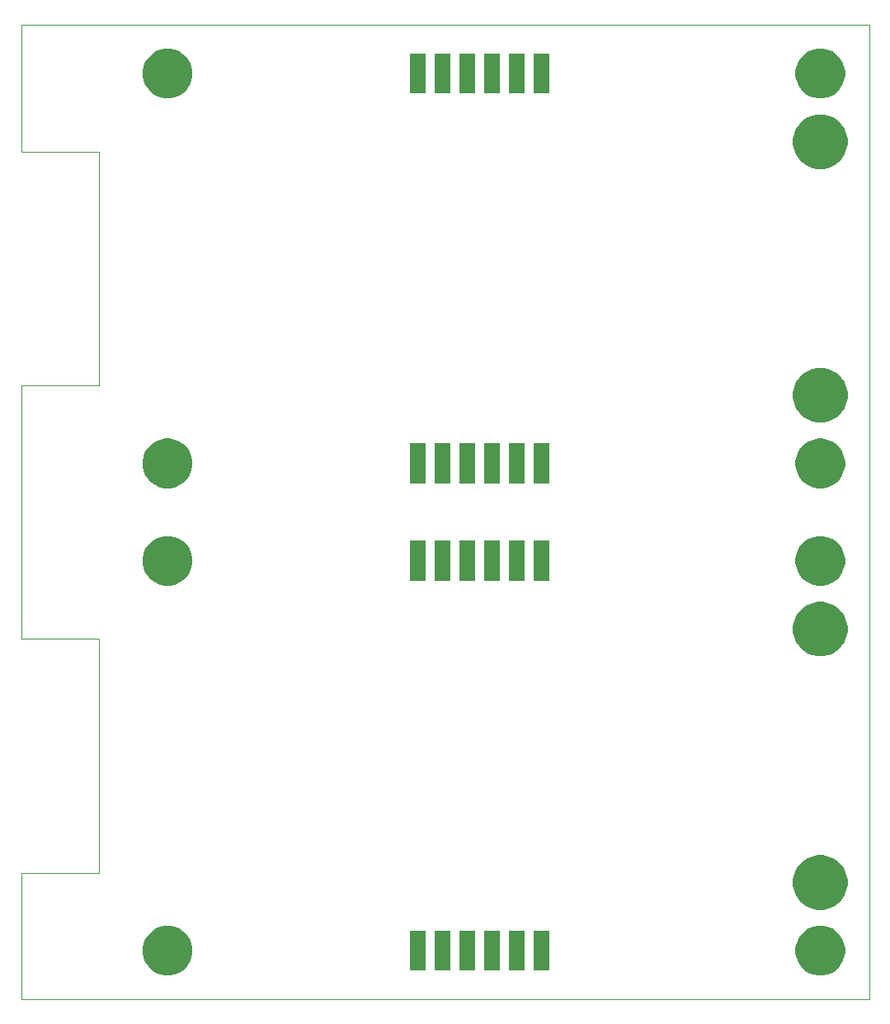
<source format=gbr>
%TF.GenerationSoftware,KiCad,Pcbnew,(5.0.0-rc2-60-gbfa89039c)*%
%TF.CreationDate,2019-08-02T13:04:55+03:00*%
%TF.ProjectId,ConnectorPCB,436F6E6E6563746F725043422E6B6963,rev?*%
%TF.SameCoordinates,Original*%
%TF.FileFunction,Soldermask,Top*%
%TF.FilePolarity,Negative*%
%FSLAX46Y46*%
G04 Gerber Fmt 4.6, Leading zero omitted, Abs format (unit mm)*
G04 Created by KiCad (PCBNEW (5.0.0-rc2-60-gbfa89039c)) date 08/02/19 13:04:55*
%MOMM*%
%LPD*%
G01*
G04 APERTURE LIST*
%ADD10C,0.050000*%
%ADD11C,0.150000*%
G04 APERTURE END LIST*
D10*
X127000000Y-130000000D02*
X40000000Y-130000000D01*
X40000000Y-117000000D02*
X48000000Y-117000000D01*
X40000000Y-93000000D02*
X40000000Y-80000000D01*
X48000000Y-117000000D02*
X48000000Y-93000000D01*
X48000000Y-93000000D02*
X40000000Y-93000000D01*
X40000000Y-130000000D02*
X40000000Y-117000000D01*
X127000000Y-130000000D02*
X127000000Y-80000000D01*
X127000000Y-80000000D02*
X127000000Y-30000000D01*
X40000000Y-43000000D02*
X40000000Y-30000000D01*
X48000000Y-43000000D02*
X40000000Y-43000000D01*
X48000000Y-67000000D02*
X48000000Y-43000000D01*
X40000000Y-67000000D02*
X48000000Y-67000000D01*
X40000000Y-80000000D02*
X40000000Y-67000000D01*
X40000000Y-30000000D02*
X127000000Y-30000000D01*
D11*
G36*
X122744096Y-122547033D02*
X122744098Y-122547034D01*
X122744099Y-122547034D01*
X123208352Y-122739333D01*
X123624284Y-123017250D01*
X123626171Y-123018511D01*
X123981489Y-123373829D01*
X123981491Y-123373832D01*
X124260667Y-123791648D01*
X124452966Y-124255901D01*
X124551000Y-124748748D01*
X124551000Y-125251252D01*
X124452966Y-125744099D01*
X124260667Y-126208352D01*
X123982750Y-126624284D01*
X123981489Y-126626171D01*
X123626171Y-126981489D01*
X123626168Y-126981491D01*
X123208352Y-127260667D01*
X122744099Y-127452966D01*
X122744098Y-127452966D01*
X122744096Y-127452967D01*
X122251253Y-127551000D01*
X121748747Y-127551000D01*
X121255904Y-127452967D01*
X121255902Y-127452966D01*
X121255901Y-127452966D01*
X120791648Y-127260667D01*
X120373832Y-126981491D01*
X120373829Y-126981489D01*
X120018511Y-126626171D01*
X120017250Y-126624284D01*
X119739333Y-126208352D01*
X119547034Y-125744099D01*
X119449000Y-125251252D01*
X119449000Y-124748748D01*
X119547034Y-124255901D01*
X119739333Y-123791648D01*
X120018509Y-123373832D01*
X120018511Y-123373829D01*
X120373829Y-123018511D01*
X120375716Y-123017250D01*
X120791648Y-122739333D01*
X121255901Y-122547034D01*
X121255902Y-122547034D01*
X121255904Y-122547033D01*
X121748747Y-122449000D01*
X122251253Y-122449000D01*
X122744096Y-122547033D01*
X122744096Y-122547033D01*
G37*
G36*
X55744096Y-122547033D02*
X55744098Y-122547034D01*
X55744099Y-122547034D01*
X56208352Y-122739333D01*
X56624284Y-123017250D01*
X56626171Y-123018511D01*
X56981489Y-123373829D01*
X56981491Y-123373832D01*
X57260667Y-123791648D01*
X57452966Y-124255901D01*
X57551000Y-124748748D01*
X57551000Y-125251252D01*
X57452966Y-125744099D01*
X57260667Y-126208352D01*
X56982750Y-126624284D01*
X56981489Y-126626171D01*
X56626171Y-126981489D01*
X56626168Y-126981491D01*
X56208352Y-127260667D01*
X55744099Y-127452966D01*
X55744098Y-127452966D01*
X55744096Y-127452967D01*
X55251253Y-127551000D01*
X54748747Y-127551000D01*
X54255904Y-127452967D01*
X54255902Y-127452966D01*
X54255901Y-127452966D01*
X53791648Y-127260667D01*
X53373832Y-126981491D01*
X53373829Y-126981489D01*
X53018511Y-126626171D01*
X53017250Y-126624284D01*
X52739333Y-126208352D01*
X52547034Y-125744099D01*
X52449000Y-125251252D01*
X52449000Y-124748748D01*
X52547034Y-124255901D01*
X52739333Y-123791648D01*
X53018509Y-123373832D01*
X53018511Y-123373829D01*
X53373829Y-123018511D01*
X53375716Y-123017250D01*
X53791648Y-122739333D01*
X54255901Y-122547034D01*
X54255902Y-122547034D01*
X54255904Y-122547033D01*
X54748747Y-122449000D01*
X55251253Y-122449000D01*
X55744096Y-122547033D01*
X55744096Y-122547033D01*
G37*
G36*
X81463000Y-127051000D02*
X79837000Y-127051000D01*
X79837000Y-122949000D01*
X81463000Y-122949000D01*
X81463000Y-127051000D01*
X81463000Y-127051000D01*
G37*
G36*
X84003000Y-127051000D02*
X82377000Y-127051000D01*
X82377000Y-122949000D01*
X84003000Y-122949000D01*
X84003000Y-127051000D01*
X84003000Y-127051000D01*
G37*
G36*
X86543000Y-127051000D02*
X84917000Y-127051000D01*
X84917000Y-122949000D01*
X86543000Y-122949000D01*
X86543000Y-127051000D01*
X86543000Y-127051000D01*
G37*
G36*
X89083000Y-127051000D02*
X87457000Y-127051000D01*
X87457000Y-122949000D01*
X89083000Y-122949000D01*
X89083000Y-127051000D01*
X89083000Y-127051000D01*
G37*
G36*
X91623000Y-127051000D02*
X89997000Y-127051000D01*
X89997000Y-122949000D01*
X91623000Y-122949000D01*
X91623000Y-127051000D01*
X91623000Y-127051000D01*
G37*
G36*
X94163000Y-127051000D02*
X92537000Y-127051000D01*
X92537000Y-122949000D01*
X94163000Y-122949000D01*
X94163000Y-127051000D01*
X94163000Y-127051000D01*
G37*
G36*
X122817021Y-115306640D02*
X123326770Y-115517785D01*
X123326771Y-115517786D01*
X123785534Y-115824321D01*
X124175679Y-116214466D01*
X124380036Y-116520308D01*
X124482215Y-116673230D01*
X124693360Y-117182979D01*
X124801000Y-117724124D01*
X124801000Y-118275876D01*
X124693360Y-118817021D01*
X124482215Y-119326770D01*
X124482214Y-119326771D01*
X124175679Y-119785534D01*
X123785534Y-120175679D01*
X123479692Y-120380036D01*
X123326770Y-120482215D01*
X122817021Y-120693360D01*
X122275876Y-120801000D01*
X121724124Y-120801000D01*
X121182979Y-120693360D01*
X120673230Y-120482215D01*
X120520308Y-120380036D01*
X120214466Y-120175679D01*
X119824321Y-119785534D01*
X119517786Y-119326771D01*
X119517785Y-119326770D01*
X119306640Y-118817021D01*
X119199000Y-118275876D01*
X119199000Y-117724124D01*
X119306640Y-117182979D01*
X119517785Y-116673230D01*
X119619964Y-116520308D01*
X119824321Y-116214466D01*
X120214466Y-115824321D01*
X120673229Y-115517786D01*
X120673230Y-115517785D01*
X121182979Y-115306640D01*
X121724124Y-115199000D01*
X122275876Y-115199000D01*
X122817021Y-115306640D01*
X122817021Y-115306640D01*
G37*
G36*
X122817021Y-89306640D02*
X123326770Y-89517785D01*
X123326771Y-89517786D01*
X123785534Y-89824321D01*
X124175679Y-90214466D01*
X124380036Y-90520308D01*
X124482215Y-90673230D01*
X124693360Y-91182979D01*
X124801000Y-91724124D01*
X124801000Y-92275876D01*
X124693360Y-92817021D01*
X124482215Y-93326770D01*
X124482214Y-93326771D01*
X124175679Y-93785534D01*
X123785534Y-94175679D01*
X123479692Y-94380036D01*
X123326770Y-94482215D01*
X122817021Y-94693360D01*
X122275876Y-94801000D01*
X121724124Y-94801000D01*
X121182979Y-94693360D01*
X120673230Y-94482215D01*
X120520308Y-94380036D01*
X120214466Y-94175679D01*
X119824321Y-93785534D01*
X119517786Y-93326771D01*
X119517785Y-93326770D01*
X119306640Y-92817021D01*
X119199000Y-92275876D01*
X119199000Y-91724124D01*
X119306640Y-91182979D01*
X119517785Y-90673230D01*
X119619964Y-90520308D01*
X119824321Y-90214466D01*
X120214466Y-89824321D01*
X120673229Y-89517786D01*
X120673230Y-89517785D01*
X121182979Y-89306640D01*
X121724124Y-89199000D01*
X122275876Y-89199000D01*
X122817021Y-89306640D01*
X122817021Y-89306640D01*
G37*
G36*
X55744096Y-82547033D02*
X55744098Y-82547034D01*
X55744099Y-82547034D01*
X56208352Y-82739333D01*
X56624284Y-83017250D01*
X56626171Y-83018511D01*
X56981489Y-83373829D01*
X56981491Y-83373832D01*
X57260667Y-83791648D01*
X57452966Y-84255901D01*
X57551000Y-84748748D01*
X57551000Y-85251252D01*
X57452966Y-85744099D01*
X57260667Y-86208352D01*
X56982750Y-86624284D01*
X56981489Y-86626171D01*
X56626171Y-86981489D01*
X56626168Y-86981491D01*
X56208352Y-87260667D01*
X55744099Y-87452966D01*
X55744098Y-87452966D01*
X55744096Y-87452967D01*
X55251253Y-87551000D01*
X54748747Y-87551000D01*
X54255904Y-87452967D01*
X54255902Y-87452966D01*
X54255901Y-87452966D01*
X53791648Y-87260667D01*
X53373832Y-86981491D01*
X53373829Y-86981489D01*
X53018511Y-86626171D01*
X53017250Y-86624284D01*
X52739333Y-86208352D01*
X52547034Y-85744099D01*
X52449000Y-85251252D01*
X52449000Y-84748748D01*
X52547034Y-84255901D01*
X52739333Y-83791648D01*
X53018509Y-83373832D01*
X53018511Y-83373829D01*
X53373829Y-83018511D01*
X53375716Y-83017250D01*
X53791648Y-82739333D01*
X54255901Y-82547034D01*
X54255902Y-82547034D01*
X54255904Y-82547033D01*
X54748747Y-82449000D01*
X55251253Y-82449000D01*
X55744096Y-82547033D01*
X55744096Y-82547033D01*
G37*
G36*
X122744096Y-82547033D02*
X122744098Y-82547034D01*
X122744099Y-82547034D01*
X123208352Y-82739333D01*
X123624284Y-83017250D01*
X123626171Y-83018511D01*
X123981489Y-83373829D01*
X123981491Y-83373832D01*
X124260667Y-83791648D01*
X124452966Y-84255901D01*
X124551000Y-84748748D01*
X124551000Y-85251252D01*
X124452966Y-85744099D01*
X124260667Y-86208352D01*
X123982750Y-86624284D01*
X123981489Y-86626171D01*
X123626171Y-86981489D01*
X123626168Y-86981491D01*
X123208352Y-87260667D01*
X122744099Y-87452966D01*
X122744098Y-87452966D01*
X122744096Y-87452967D01*
X122251253Y-87551000D01*
X121748747Y-87551000D01*
X121255904Y-87452967D01*
X121255902Y-87452966D01*
X121255901Y-87452966D01*
X120791648Y-87260667D01*
X120373832Y-86981491D01*
X120373829Y-86981489D01*
X120018511Y-86626171D01*
X120017250Y-86624284D01*
X119739333Y-86208352D01*
X119547034Y-85744099D01*
X119449000Y-85251252D01*
X119449000Y-84748748D01*
X119547034Y-84255901D01*
X119739333Y-83791648D01*
X120018509Y-83373832D01*
X120018511Y-83373829D01*
X120373829Y-83018511D01*
X120375716Y-83017250D01*
X120791648Y-82739333D01*
X121255901Y-82547034D01*
X121255902Y-82547034D01*
X121255904Y-82547033D01*
X121748747Y-82449000D01*
X122251253Y-82449000D01*
X122744096Y-82547033D01*
X122744096Y-82547033D01*
G37*
G36*
X94163000Y-87051000D02*
X92537000Y-87051000D01*
X92537000Y-82949000D01*
X94163000Y-82949000D01*
X94163000Y-87051000D01*
X94163000Y-87051000D01*
G37*
G36*
X84003000Y-87051000D02*
X82377000Y-87051000D01*
X82377000Y-82949000D01*
X84003000Y-82949000D01*
X84003000Y-87051000D01*
X84003000Y-87051000D01*
G37*
G36*
X81463000Y-87051000D02*
X79837000Y-87051000D01*
X79837000Y-82949000D01*
X81463000Y-82949000D01*
X81463000Y-87051000D01*
X81463000Y-87051000D01*
G37*
G36*
X89083000Y-87051000D02*
X87457000Y-87051000D01*
X87457000Y-82949000D01*
X89083000Y-82949000D01*
X89083000Y-87051000D01*
X89083000Y-87051000D01*
G37*
G36*
X86543000Y-87051000D02*
X84917000Y-87051000D01*
X84917000Y-82949000D01*
X86543000Y-82949000D01*
X86543000Y-87051000D01*
X86543000Y-87051000D01*
G37*
G36*
X91623000Y-87051000D02*
X89997000Y-87051000D01*
X89997000Y-82949000D01*
X91623000Y-82949000D01*
X91623000Y-87051000D01*
X91623000Y-87051000D01*
G37*
G36*
X122744096Y-72547033D02*
X122744098Y-72547034D01*
X122744099Y-72547034D01*
X123208352Y-72739333D01*
X123624284Y-73017250D01*
X123626171Y-73018511D01*
X123981489Y-73373829D01*
X123981491Y-73373832D01*
X124260667Y-73791648D01*
X124452966Y-74255901D01*
X124551000Y-74748748D01*
X124551000Y-75251252D01*
X124452966Y-75744099D01*
X124260667Y-76208352D01*
X123982750Y-76624284D01*
X123981489Y-76626171D01*
X123626171Y-76981489D01*
X123626168Y-76981491D01*
X123208352Y-77260667D01*
X122744099Y-77452966D01*
X122744098Y-77452966D01*
X122744096Y-77452967D01*
X122251253Y-77551000D01*
X121748747Y-77551000D01*
X121255904Y-77452967D01*
X121255902Y-77452966D01*
X121255901Y-77452966D01*
X120791648Y-77260667D01*
X120373832Y-76981491D01*
X120373829Y-76981489D01*
X120018511Y-76626171D01*
X120017250Y-76624284D01*
X119739333Y-76208352D01*
X119547034Y-75744099D01*
X119449000Y-75251252D01*
X119449000Y-74748748D01*
X119547034Y-74255901D01*
X119739333Y-73791648D01*
X120018509Y-73373832D01*
X120018511Y-73373829D01*
X120373829Y-73018511D01*
X120375716Y-73017250D01*
X120791648Y-72739333D01*
X121255901Y-72547034D01*
X121255902Y-72547034D01*
X121255904Y-72547033D01*
X121748747Y-72449000D01*
X122251253Y-72449000D01*
X122744096Y-72547033D01*
X122744096Y-72547033D01*
G37*
G36*
X55744096Y-72547033D02*
X55744098Y-72547034D01*
X55744099Y-72547034D01*
X56208352Y-72739333D01*
X56624284Y-73017250D01*
X56626171Y-73018511D01*
X56981489Y-73373829D01*
X56981491Y-73373832D01*
X57260667Y-73791648D01*
X57452966Y-74255901D01*
X57551000Y-74748748D01*
X57551000Y-75251252D01*
X57452966Y-75744099D01*
X57260667Y-76208352D01*
X56982750Y-76624284D01*
X56981489Y-76626171D01*
X56626171Y-76981489D01*
X56626168Y-76981491D01*
X56208352Y-77260667D01*
X55744099Y-77452966D01*
X55744098Y-77452966D01*
X55744096Y-77452967D01*
X55251253Y-77551000D01*
X54748747Y-77551000D01*
X54255904Y-77452967D01*
X54255902Y-77452966D01*
X54255901Y-77452966D01*
X53791648Y-77260667D01*
X53373832Y-76981491D01*
X53373829Y-76981489D01*
X53018511Y-76626171D01*
X53017250Y-76624284D01*
X52739333Y-76208352D01*
X52547034Y-75744099D01*
X52449000Y-75251252D01*
X52449000Y-74748748D01*
X52547034Y-74255901D01*
X52739333Y-73791648D01*
X53018509Y-73373832D01*
X53018511Y-73373829D01*
X53373829Y-73018511D01*
X53375716Y-73017250D01*
X53791648Y-72739333D01*
X54255901Y-72547034D01*
X54255902Y-72547034D01*
X54255904Y-72547033D01*
X54748747Y-72449000D01*
X55251253Y-72449000D01*
X55744096Y-72547033D01*
X55744096Y-72547033D01*
G37*
G36*
X94163000Y-77051000D02*
X92537000Y-77051000D01*
X92537000Y-72949000D01*
X94163000Y-72949000D01*
X94163000Y-77051000D01*
X94163000Y-77051000D01*
G37*
G36*
X81463000Y-77051000D02*
X79837000Y-77051000D01*
X79837000Y-72949000D01*
X81463000Y-72949000D01*
X81463000Y-77051000D01*
X81463000Y-77051000D01*
G37*
G36*
X84003000Y-77051000D02*
X82377000Y-77051000D01*
X82377000Y-72949000D01*
X84003000Y-72949000D01*
X84003000Y-77051000D01*
X84003000Y-77051000D01*
G37*
G36*
X86543000Y-77051000D02*
X84917000Y-77051000D01*
X84917000Y-72949000D01*
X86543000Y-72949000D01*
X86543000Y-77051000D01*
X86543000Y-77051000D01*
G37*
G36*
X89083000Y-77051000D02*
X87457000Y-77051000D01*
X87457000Y-72949000D01*
X89083000Y-72949000D01*
X89083000Y-77051000D01*
X89083000Y-77051000D01*
G37*
G36*
X91623000Y-77051000D02*
X89997000Y-77051000D01*
X89997000Y-72949000D01*
X91623000Y-72949000D01*
X91623000Y-77051000D01*
X91623000Y-77051000D01*
G37*
G36*
X122817021Y-65306640D02*
X123326770Y-65517785D01*
X123326771Y-65517786D01*
X123785534Y-65824321D01*
X124175679Y-66214466D01*
X124380036Y-66520308D01*
X124482215Y-66673230D01*
X124693360Y-67182979D01*
X124801000Y-67724124D01*
X124801000Y-68275876D01*
X124693360Y-68817021D01*
X124482215Y-69326770D01*
X124482214Y-69326771D01*
X124175679Y-69785534D01*
X123785534Y-70175679D01*
X123479692Y-70380036D01*
X123326770Y-70482215D01*
X122817021Y-70693360D01*
X122275876Y-70801000D01*
X121724124Y-70801000D01*
X121182979Y-70693360D01*
X120673230Y-70482215D01*
X120520308Y-70380036D01*
X120214466Y-70175679D01*
X119824321Y-69785534D01*
X119517786Y-69326771D01*
X119517785Y-69326770D01*
X119306640Y-68817021D01*
X119199000Y-68275876D01*
X119199000Y-67724124D01*
X119306640Y-67182979D01*
X119517785Y-66673230D01*
X119619964Y-66520308D01*
X119824321Y-66214466D01*
X120214466Y-65824321D01*
X120673229Y-65517786D01*
X120673230Y-65517785D01*
X121182979Y-65306640D01*
X121724124Y-65199000D01*
X122275876Y-65199000D01*
X122817021Y-65306640D01*
X122817021Y-65306640D01*
G37*
G36*
X122817021Y-39306640D02*
X123326770Y-39517785D01*
X123326771Y-39517786D01*
X123785534Y-39824321D01*
X124175679Y-40214466D01*
X124380036Y-40520308D01*
X124482215Y-40673230D01*
X124693360Y-41182979D01*
X124801000Y-41724124D01*
X124801000Y-42275876D01*
X124693360Y-42817021D01*
X124482215Y-43326770D01*
X124482214Y-43326771D01*
X124175679Y-43785534D01*
X123785534Y-44175679D01*
X123479692Y-44380036D01*
X123326770Y-44482215D01*
X122817021Y-44693360D01*
X122275876Y-44801000D01*
X121724124Y-44801000D01*
X121182979Y-44693360D01*
X120673230Y-44482215D01*
X120520308Y-44380036D01*
X120214466Y-44175679D01*
X119824321Y-43785534D01*
X119517786Y-43326771D01*
X119517785Y-43326770D01*
X119306640Y-42817021D01*
X119199000Y-42275876D01*
X119199000Y-41724124D01*
X119306640Y-41182979D01*
X119517785Y-40673230D01*
X119619964Y-40520308D01*
X119824321Y-40214466D01*
X120214466Y-39824321D01*
X120673229Y-39517786D01*
X120673230Y-39517785D01*
X121182979Y-39306640D01*
X121724124Y-39199000D01*
X122275876Y-39199000D01*
X122817021Y-39306640D01*
X122817021Y-39306640D01*
G37*
G36*
X122744096Y-32547033D02*
X122744098Y-32547034D01*
X122744099Y-32547034D01*
X123208352Y-32739333D01*
X123624284Y-33017250D01*
X123626171Y-33018511D01*
X123981489Y-33373829D01*
X123981491Y-33373832D01*
X124260667Y-33791648D01*
X124452966Y-34255901D01*
X124551000Y-34748748D01*
X124551000Y-35251252D01*
X124452966Y-35744099D01*
X124260667Y-36208352D01*
X123982750Y-36624284D01*
X123981489Y-36626171D01*
X123626171Y-36981489D01*
X123626168Y-36981491D01*
X123208352Y-37260667D01*
X122744099Y-37452966D01*
X122744098Y-37452966D01*
X122744096Y-37452967D01*
X122251253Y-37551000D01*
X121748747Y-37551000D01*
X121255904Y-37452967D01*
X121255902Y-37452966D01*
X121255901Y-37452966D01*
X120791648Y-37260667D01*
X120373832Y-36981491D01*
X120373829Y-36981489D01*
X120018511Y-36626171D01*
X120017250Y-36624284D01*
X119739333Y-36208352D01*
X119547034Y-35744099D01*
X119449000Y-35251252D01*
X119449000Y-34748748D01*
X119547034Y-34255901D01*
X119739333Y-33791648D01*
X120018509Y-33373832D01*
X120018511Y-33373829D01*
X120373829Y-33018511D01*
X120375716Y-33017250D01*
X120791648Y-32739333D01*
X121255901Y-32547034D01*
X121255902Y-32547034D01*
X121255904Y-32547033D01*
X121748747Y-32449000D01*
X122251253Y-32449000D01*
X122744096Y-32547033D01*
X122744096Y-32547033D01*
G37*
G36*
X55744096Y-32547033D02*
X55744098Y-32547034D01*
X55744099Y-32547034D01*
X56208352Y-32739333D01*
X56624284Y-33017250D01*
X56626171Y-33018511D01*
X56981489Y-33373829D01*
X56981491Y-33373832D01*
X57260667Y-33791648D01*
X57452966Y-34255901D01*
X57551000Y-34748748D01*
X57551000Y-35251252D01*
X57452966Y-35744099D01*
X57260667Y-36208352D01*
X56982750Y-36624284D01*
X56981489Y-36626171D01*
X56626171Y-36981489D01*
X56626168Y-36981491D01*
X56208352Y-37260667D01*
X55744099Y-37452966D01*
X55744098Y-37452966D01*
X55744096Y-37452967D01*
X55251253Y-37551000D01*
X54748747Y-37551000D01*
X54255904Y-37452967D01*
X54255902Y-37452966D01*
X54255901Y-37452966D01*
X53791648Y-37260667D01*
X53373832Y-36981491D01*
X53373829Y-36981489D01*
X53018511Y-36626171D01*
X53017250Y-36624284D01*
X52739333Y-36208352D01*
X52547034Y-35744099D01*
X52449000Y-35251252D01*
X52449000Y-34748748D01*
X52547034Y-34255901D01*
X52739333Y-33791648D01*
X53018509Y-33373832D01*
X53018511Y-33373829D01*
X53373829Y-33018511D01*
X53375716Y-33017250D01*
X53791648Y-32739333D01*
X54255901Y-32547034D01*
X54255902Y-32547034D01*
X54255904Y-32547033D01*
X54748747Y-32449000D01*
X55251253Y-32449000D01*
X55744096Y-32547033D01*
X55744096Y-32547033D01*
G37*
G36*
X91623000Y-37051000D02*
X89997000Y-37051000D01*
X89997000Y-32949000D01*
X91623000Y-32949000D01*
X91623000Y-37051000D01*
X91623000Y-37051000D01*
G37*
G36*
X81463000Y-37051000D02*
X79837000Y-37051000D01*
X79837000Y-32949000D01*
X81463000Y-32949000D01*
X81463000Y-37051000D01*
X81463000Y-37051000D01*
G37*
G36*
X84003000Y-37051000D02*
X82377000Y-37051000D01*
X82377000Y-32949000D01*
X84003000Y-32949000D01*
X84003000Y-37051000D01*
X84003000Y-37051000D01*
G37*
G36*
X86543000Y-37051000D02*
X84917000Y-37051000D01*
X84917000Y-32949000D01*
X86543000Y-32949000D01*
X86543000Y-37051000D01*
X86543000Y-37051000D01*
G37*
G36*
X89083000Y-37051000D02*
X87457000Y-37051000D01*
X87457000Y-32949000D01*
X89083000Y-32949000D01*
X89083000Y-37051000D01*
X89083000Y-37051000D01*
G37*
G36*
X94163000Y-37051000D02*
X92537000Y-37051000D01*
X92537000Y-32949000D01*
X94163000Y-32949000D01*
X94163000Y-37051000D01*
X94163000Y-37051000D01*
G37*
M02*

</source>
